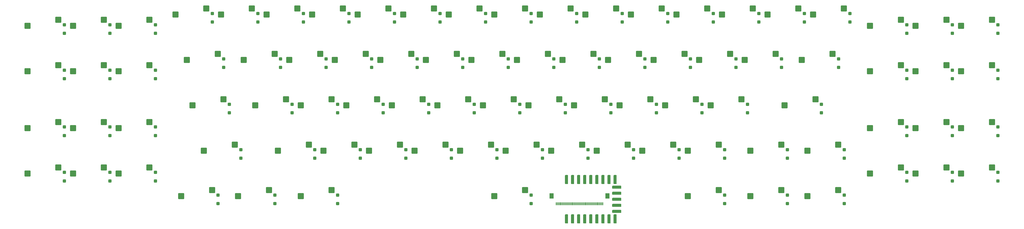
<source format=gbr>
%TF.GenerationSoftware,KiCad,Pcbnew,7.0.9*%
%TF.CreationDate,2023-12-30T16:17:41+00:00*%
%TF.ProjectId,keybird42,6b657962-6972-4643-9432-2e6b69636164,0.1*%
%TF.SameCoordinates,Original*%
%TF.FileFunction,Paste,Bot*%
%TF.FilePolarity,Positive*%
%FSLAX46Y46*%
G04 Gerber Fmt 4.6, Leading zero omitted, Abs format (unit mm)*
G04 Created by KiCad (PCBNEW 7.0.9) date 2023-12-30 16:17:41*
%MOMM*%
%LPD*%
G01*
G04 APERTURE LIST*
G04 Aperture macros list*
%AMRoundRect*
0 Rectangle with rounded corners*
0 $1 Rounding radius*
0 $2 $3 $4 $5 $6 $7 $8 $9 X,Y pos of 4 corners*
0 Add a 4 corners polygon primitive as box body*
4,1,4,$2,$3,$4,$5,$6,$7,$8,$9,$2,$3,0*
0 Add four circle primitives for the rounded corners*
1,1,$1+$1,$2,$3*
1,1,$1+$1,$4,$5*
1,1,$1+$1,$6,$7*
1,1,$1+$1,$8,$9*
0 Add four rect primitives between the rounded corners*
20,1,$1+$1,$2,$3,$4,$5,0*
20,1,$1+$1,$4,$5,$6,$7,0*
20,1,$1+$1,$6,$7,$8,$9,0*
20,1,$1+$1,$8,$9,$2,$3,0*%
G04 Aperture macros list end*
%ADD10RoundRect,0.250000X-1.025000X-1.000000X1.025000X-1.000000X1.025000X1.000000X-1.025000X1.000000X0*%
%ADD11RoundRect,0.350000X0.350000X-0.350000X0.350000X0.350000X-0.350000X0.350000X-0.350000X-0.350000X0*%
%ADD12RoundRect,0.254000X-0.381000X-1.651000X0.381000X-1.651000X0.381000X1.651000X-0.381000X1.651000X0*%
%ADD13RoundRect,0.254000X1.651000X-0.381000X1.651000X0.381000X-1.651000X0.381000X-1.651000X-0.381000X0*%
%ADD14RoundRect,0.254000X0.381000X1.651000X-0.381000X1.651000X-0.381000X-1.651000X0.381000X-1.651000X0*%
%ADD15R,0.300000X1.300000*%
%ADD16R,1.800000X2.200000*%
G04 APERTURE END LIST*
D10*
%TO.C,SW112*%
X88165000Y-26035000D03*
X101092000Y-23495000D03*
%TD*%
%TO.C,SW123*%
X164365000Y-26035000D03*
X177292000Y-23495000D03*
%TD*%
%TO.C,SW312*%
X95308750Y-64135000D03*
X108235750Y-61595000D03*
%TD*%
%TO.C,SW226*%
X326290000Y-45085000D03*
X339217000Y-42545000D03*
%TD*%
%TO.C,SW325*%
X273902500Y-64135000D03*
X286829500Y-61595000D03*
%TD*%
%TO.C,SW336*%
X342959044Y-64135056D03*
X355886044Y-61595056D03*
%TD*%
%TO.C,SW222*%
X116740000Y-45085000D03*
X129667000Y-42545000D03*
%TD*%
%TO.C,SW332*%
X140552500Y-64135000D03*
X153479500Y-61595000D03*
%TD*%
%TO.C,SW132*%
X126265000Y-26035000D03*
X139192000Y-23495000D03*
%TD*%
%TO.C,SW227*%
X397727500Y-49847500D03*
X410654500Y-47307500D03*
%TD*%
%TO.C,SW411*%
X26252500Y-92710000D03*
X39179500Y-90170000D03*
%TD*%
%TO.C,SW327*%
X397727500Y-73660000D03*
X410654500Y-71120000D03*
%TD*%
%TO.C,SW113*%
X145315000Y-26035000D03*
X158242000Y-23495000D03*
%TD*%
%TO.C,SW413*%
X150077500Y-83185000D03*
X163004500Y-80645000D03*
%TD*%
%TO.C,SW136*%
X354865304Y-26035024D03*
X367792304Y-23495024D03*
%TD*%
%TO.C,SW322*%
X121502500Y-64135000D03*
X134429500Y-61595000D03*
%TD*%
%TO.C,SW134*%
X240565208Y-26035024D03*
X253492208Y-23495024D03*
%TD*%
%TO.C,SW321*%
X45302500Y-73660000D03*
X58229500Y-71120000D03*
%TD*%
%TO.C,SW433*%
X188177500Y-83185000D03*
X201104500Y-80645000D03*
%TD*%
%TO.C,SW126*%
X335815000Y-26035000D03*
X348742000Y-23495000D03*
%TD*%
%TO.C,SW503*%
X140552500Y-102235000D03*
X153479500Y-99695000D03*
%TD*%
%TO.C,SW334*%
X235802704Y-64135056D03*
X248729704Y-61595056D03*
%TD*%
%TO.C,SW223*%
X173890000Y-45085000D03*
X186817000Y-42545000D03*
%TD*%
%TO.C,SW316*%
X312002768Y-64135056D03*
X324929768Y-61595056D03*
%TD*%
%TO.C,SW311*%
X26252500Y-73660000D03*
X39179500Y-71120000D03*
%TD*%
%TO.C,SW221*%
X45302500Y-49847500D03*
X58229500Y-47307500D03*
%TD*%
%TO.C,SW114*%
X202465000Y-26035000D03*
X215392000Y-23495000D03*
%TD*%
%TO.C,SW432*%
X131027500Y-83185000D03*
X143954500Y-80645000D03*
%TD*%
%TO.C,SW502*%
X114358750Y-102235000D03*
X127285750Y-99695000D03*
%TD*%
%TO.C,SW412*%
X100071250Y-83185000D03*
X112998250Y-80645000D03*
%TD*%
%TO.C,SW216*%
X307240264Y-45085040D03*
X320167264Y-42545040D03*
%TD*%
%TO.C,SW135*%
X297715256Y-26035024D03*
X310642256Y-23495024D03*
%TD*%
%TO.C,SW314*%
X197702500Y-64135000D03*
X210629500Y-61595000D03*
%TD*%
%TO.C,SW414*%
X207227680Y-83185072D03*
X220154680Y-80645072D03*
%TD*%
%TO.C,SW504*%
X221515000Y-102235000D03*
X234442000Y-99695000D03*
%TD*%
%TO.C,SW232*%
X135790000Y-45085000D03*
X148717000Y-42545000D03*
%TD*%
%TO.C,SW424*%
X226277712Y-83185000D03*
X239204712Y-80645000D03*
%TD*%
%TO.C,SW213*%
X154840000Y-45085000D03*
X167767000Y-42545000D03*
%TD*%
%TO.C,SW337*%
X416777856Y-73660064D03*
X429704856Y-71120064D03*
%TD*%
%TO.C,SW506*%
X328671250Y-102235000D03*
X341598250Y-99695000D03*
%TD*%
%TO.C,SW236*%
X350102800Y-45085040D03*
X363029800Y-42545040D03*
%TD*%
%TO.C,SW225*%
X269140000Y-45085000D03*
X282067000Y-42545000D03*
%TD*%
%TO.C,SW423*%
X169127500Y-83185000D03*
X182054500Y-80645000D03*
%TD*%
%TO.C,SW415*%
X264377728Y-83185000D03*
X277304728Y-80645000D03*
%TD*%
%TO.C,SW133*%
X183415000Y-26035000D03*
X196342000Y-23495000D03*
%TD*%
%TO.C,SW115*%
X259615224Y-26035024D03*
X272542224Y-23495024D03*
%TD*%
%TO.C,SW501*%
X90546250Y-102235000D03*
X103473250Y-99695000D03*
%TD*%
%TO.C,SW317*%
X378677824Y-73660064D03*
X391604824Y-71120064D03*
%TD*%
%TO.C,SW335*%
X292952752Y-64135056D03*
X305879752Y-61595056D03*
%TD*%
%TO.C,SW116*%
X316765272Y-26035024D03*
X329692272Y-23495024D03*
%TD*%
%TO.C,SW507*%
X352483750Y-102235000D03*
X365410750Y-99695000D03*
%TD*%
%TO.C,SW127*%
X397727500Y-30797500D03*
X410654500Y-28257500D03*
%TD*%
%TO.C,SW231*%
X64352500Y-49847500D03*
X77279500Y-47307500D03*
%TD*%
%TO.C,SW421*%
X45302500Y-92710000D03*
X58229500Y-90170000D03*
%TD*%
%TO.C,SW214*%
X211990000Y-45085000D03*
X224917000Y-42545000D03*
%TD*%
%TO.C,SW505*%
X302477500Y-102235000D03*
X315404500Y-99695000D03*
%TD*%
%TO.C,SW417*%
X378677824Y-92710000D03*
X391604824Y-90170000D03*
%TD*%
%TO.C,SW125*%
X278665000Y-26035000D03*
X291592000Y-23495000D03*
%TD*%
%TO.C,SW437*%
X416777856Y-92710080D03*
X429704856Y-90170080D03*
%TD*%
%TO.C,SW111*%
X26252500Y-30797500D03*
X39179500Y-28257500D03*
%TD*%
%TO.C,SW217*%
X378677824Y-49847500D03*
X391604824Y-47307500D03*
%TD*%
%TO.C,SW121*%
X45302500Y-30797500D03*
X58229500Y-28257500D03*
%TD*%
%TO.C,SW416*%
X302477760Y-83185000D03*
X315404760Y-80645000D03*
%TD*%
%TO.C,SW212*%
X92927500Y-45085000D03*
X105854500Y-42545000D03*
%TD*%
%TO.C,SW234*%
X231040000Y-45085000D03*
X243967000Y-42545000D03*
%TD*%
%TO.C,SW117*%
X378677824Y-30797500D03*
X391604824Y-28257500D03*
%TD*%
%TO.C,SW137*%
X416777856Y-30797528D03*
X429704856Y-28257528D03*
%TD*%
%TO.C,SW233*%
X192940000Y-45085000D03*
X205867000Y-42545000D03*
%TD*%
%TO.C,SW211*%
X26252500Y-49847500D03*
X39179500Y-47307500D03*
%TD*%
%TO.C,SW315*%
X254852720Y-64135056D03*
X267779720Y-61595056D03*
%TD*%
%TO.C,SW425*%
X283427500Y-83185000D03*
X296354500Y-80645000D03*
%TD*%
%TO.C,SW333*%
X178652500Y-64135000D03*
X191579500Y-61595000D03*
%TD*%
%TO.C,SW235*%
X288190248Y-45085040D03*
X301117248Y-42545040D03*
%TD*%
%TO.C,SW323*%
X159602500Y-64135000D03*
X172529500Y-61595000D03*
%TD*%
%TO.C,SW122*%
X107215000Y-26035000D03*
X120142000Y-23495000D03*
%TD*%
%TO.C,SW436*%
X352484052Y-83185072D03*
X365411052Y-80645072D03*
%TD*%
%TO.C,SW427*%
X397727500Y-92710000D03*
X410654500Y-90170000D03*
%TD*%
%TO.C,SW331*%
X64352500Y-73660000D03*
X77279500Y-71120000D03*
%TD*%
%TO.C,SW237*%
X416777856Y-49847544D03*
X429704856Y-47307544D03*
%TD*%
%TO.C,SW434*%
X245327712Y-83185000D03*
X258254712Y-80645000D03*
%TD*%
%TO.C,SW426*%
X328671250Y-83185000D03*
X341598250Y-80645000D03*
%TD*%
%TO.C,SW215*%
X250090216Y-45085040D03*
X263017216Y-42545040D03*
%TD*%
%TO.C,SW431*%
X64352500Y-92710000D03*
X77279500Y-90170000D03*
%TD*%
%TO.C,SW124*%
X221515192Y-26035024D03*
X234442192Y-23495024D03*
%TD*%
%TO.C,SW131*%
X64352500Y-30797500D03*
X77279500Y-28257500D03*
%TD*%
%TO.C,SW324*%
X216752688Y-64135056D03*
X229679688Y-61595056D03*
%TD*%
D11*
%TO.C,D324*%
X232172070Y-67284430D03*
X232172070Y-63684430D03*
%TD*%
%TO.C,D504*%
X236934375Y-105384375D03*
X236934375Y-101784375D03*
%TD*%
%TO.C,D134*%
X255984279Y-29184375D03*
X255984279Y-25584375D03*
%TD*%
%TO.C,D215*%
X265509291Y-48234375D03*
X265509291Y-44634375D03*
%TD*%
%TO.C,D427*%
X413146503Y-95859347D03*
X413146503Y-92259347D03*
%TD*%
%TO.C,D335*%
X308372134Y-67284430D03*
X308372134Y-63684430D03*
%TD*%
%TO.C,D424*%
X241696845Y-86334347D03*
X241696845Y-82734347D03*
%TD*%
%TO.C,D412*%
X115490383Y-86334347D03*
X115490383Y-82734347D03*
%TD*%
%TO.C,D507*%
X367903125Y-105384375D03*
X367903125Y-101784375D03*
%TD*%
%TO.C,D414*%
X222647062Y-86334446D03*
X222647062Y-82734446D03*
%TD*%
%TO.C,D317*%
X394096843Y-76809411D03*
X394096843Y-73209411D03*
%TD*%
%TO.C,D237*%
X432196875Y-52996891D03*
X432196875Y-49396891D03*
%TD*%
%TO.C,D436*%
X367903434Y-86334446D03*
X367903434Y-82734446D03*
%TD*%
%TO.C,D421*%
X60721875Y-95859411D03*
X60721875Y-92259411D03*
%TD*%
%TO.C,D503*%
X155971875Y-105384375D03*
X155971875Y-101784375D03*
%TD*%
%TO.C,D124*%
X236934263Y-29184375D03*
X236934263Y-25584375D03*
%TD*%
%TO.C,D115*%
X275034295Y-29184375D03*
X275034295Y-25584375D03*
%TD*%
%TO.C,D336*%
X358378426Y-67284430D03*
X358378426Y-63684430D03*
%TD*%
%TO.C,D123*%
X179784071Y-29184351D03*
X179784071Y-25584351D03*
%TD*%
%TO.C,D226*%
X341709075Y-48234335D03*
X341709075Y-44634335D03*
%TD*%
%TO.C,D235*%
X303609323Y-48234375D03*
X303609323Y-44634375D03*
%TD*%
%TO.C,D505*%
X317896875Y-105384375D03*
X317896875Y-101784375D03*
%TD*%
%TO.C,D325*%
X289321875Y-67284375D03*
X289321875Y-63684375D03*
%TD*%
%TO.C,D425*%
X298846633Y-86334347D03*
X298846633Y-82734347D03*
%TD*%
%TO.C,D323*%
X175021875Y-67284375D03*
X175021875Y-63684375D03*
%TD*%
%TO.C,D314*%
X213121875Y-67284375D03*
X213121875Y-63684375D03*
%TD*%
%TO.C,D331*%
X79771875Y-76809411D03*
X79771875Y-73209411D03*
%TD*%
%TO.C,D334*%
X251222079Y-67284431D03*
X251222079Y-63684431D03*
%TD*%
%TO.C,D337*%
X432197238Y-76809438D03*
X432197238Y-73209438D03*
%TD*%
%TO.C,D126*%
X351234071Y-29184351D03*
X351234071Y-25584351D03*
%TD*%
%TO.C,D333*%
X194071875Y-67284375D03*
X194071875Y-63684375D03*
%TD*%
%TO.C,D411*%
X41671875Y-95859411D03*
X41671875Y-92259411D03*
%TD*%
%TO.C,D214*%
X227409075Y-48234335D03*
X227409075Y-44634335D03*
%TD*%
%TO.C,D221*%
X60721875Y-52996875D03*
X60721875Y-49396875D03*
%TD*%
%TO.C,D432*%
X146446633Y-86334347D03*
X146446633Y-82734347D03*
%TD*%
%TO.C,D415*%
X279796861Y-86334347D03*
X279796861Y-82734347D03*
%TD*%
%TO.C,D212*%
X108346575Y-48234335D03*
X108346575Y-44634335D03*
%TD*%
%TO.C,D135*%
X313134327Y-29184375D03*
X313134327Y-25584375D03*
%TD*%
%TO.C,D416*%
X317896893Y-86334347D03*
X317896893Y-82734347D03*
%TD*%
%TO.C,D233*%
X208359075Y-48234335D03*
X208359075Y-44634335D03*
%TD*%
%TO.C,D321*%
X60721875Y-76809411D03*
X60721875Y-73209411D03*
%TD*%
%TO.C,D332*%
X155971875Y-67284375D03*
X155971875Y-63684375D03*
%TD*%
%TO.C,D216*%
X322659339Y-48234375D03*
X322659339Y-44634375D03*
%TD*%
%TO.C,D133*%
X198834071Y-29184351D03*
X198834071Y-25584351D03*
%TD*%
%TO.C,D136*%
X370284375Y-29184375D03*
X370284375Y-25584375D03*
%TD*%
%TO.C,D312*%
X110728125Y-67284375D03*
X110728125Y-63684375D03*
%TD*%
%TO.C,D431*%
X79771875Y-95859411D03*
X79771875Y-92259411D03*
%TD*%
%TO.C,D213*%
X170259075Y-48234335D03*
X170259075Y-44634335D03*
%TD*%
%TO.C,D234*%
X246459075Y-48234335D03*
X246459075Y-44634335D03*
%TD*%
%TO.C,D231*%
X79771875Y-52996875D03*
X79771875Y-49396875D03*
%TD*%
%TO.C,D227*%
X413146519Y-52996847D03*
X413146519Y-49396847D03*
%TD*%
%TO.C,D423*%
X184546633Y-86334347D03*
X184546633Y-82734347D03*
%TD*%
%TO.C,D127*%
X413146519Y-33946847D03*
X413146519Y-30346847D03*
%TD*%
%TO.C,D225*%
X284559075Y-48234335D03*
X284559075Y-44634335D03*
%TD*%
%TO.C,D502*%
X129778125Y-105384375D03*
X129778125Y-101784375D03*
%TD*%
%TO.C,D311*%
X41671875Y-76809411D03*
X41671875Y-73209411D03*
%TD*%
%TO.C,D121*%
X60721875Y-33946875D03*
X60721875Y-30346875D03*
%TD*%
%TO.C,D117*%
X394096843Y-33946847D03*
X394096843Y-30346847D03*
%TD*%
%TO.C,D232*%
X151209075Y-48234335D03*
X151209075Y-44634335D03*
%TD*%
%TO.C,D217*%
X394096843Y-52996847D03*
X394096843Y-49396847D03*
%TD*%
%TO.C,D211*%
X41671910Y-52996918D03*
X41671910Y-49396918D03*
%TD*%
%TO.C,D113*%
X160734071Y-29184351D03*
X160734071Y-25584351D03*
%TD*%
%TO.C,D223*%
X189309075Y-48234335D03*
X189309075Y-44634335D03*
%TD*%
%TO.C,D426*%
X344090383Y-86334347D03*
X344090383Y-82734347D03*
%TD*%
%TO.C,D434*%
X260746845Y-86334347D03*
X260746845Y-82734347D03*
%TD*%
%TO.C,D437*%
X432197238Y-95859454D03*
X432197238Y-92259454D03*
%TD*%
%TO.C,D506*%
X344090625Y-105384375D03*
X344090625Y-101784375D03*
%TD*%
%TO.C,D236*%
X365521875Y-48234375D03*
X365521875Y-44634375D03*
%TD*%
%TO.C,D111*%
X41671875Y-33946875D03*
X41671875Y-30346875D03*
%TD*%
%TO.C,D112*%
X103584071Y-29184351D03*
X103584071Y-25584351D03*
%TD*%
%TO.C,D132*%
X141684071Y-29184351D03*
X141684071Y-25584351D03*
%TD*%
%TO.C,D316*%
X327422143Y-67284431D03*
X327422143Y-63684431D03*
%TD*%
%TO.C,D131*%
X79771875Y-33946875D03*
X79771875Y-30346875D03*
%TD*%
%TO.C,D433*%
X203596633Y-86334347D03*
X203596633Y-82734347D03*
%TD*%
%TO.C,D501*%
X105965625Y-105384375D03*
X105965625Y-101784375D03*
%TD*%
%TO.C,D137*%
X432196875Y-33946875D03*
X432196875Y-30346875D03*
%TD*%
%TO.C,D322*%
X136921875Y-67284375D03*
X136921875Y-63684375D03*
%TD*%
%TO.C,D116*%
X332184343Y-29184375D03*
X332184343Y-25584375D03*
%TD*%
%TO.C,D125*%
X294084071Y-29184351D03*
X294084071Y-25584351D03*
%TD*%
%TO.C,D222*%
X132159075Y-48234335D03*
X132159075Y-44634335D03*
%TD*%
%TO.C,D417*%
X394096487Y-95859347D03*
X394096487Y-92259347D03*
%TD*%
%TO.C,D327*%
X413146519Y-76809347D03*
X413146519Y-73209347D03*
%TD*%
%TO.C,D315*%
X270272095Y-67284431D03*
X270272095Y-63684431D03*
%TD*%
%TO.C,D122*%
X122634071Y-29184351D03*
X122634071Y-25584351D03*
%TD*%
%TO.C,D413*%
X165496633Y-86334347D03*
X165496633Y-82734347D03*
%TD*%
D12*
%TO.C,U1*%
X251777500Y-95329462D03*
X254317500Y-95329462D03*
X256857500Y-95329462D03*
X259397500Y-95329462D03*
X261937500Y-95329462D03*
X264477500Y-95329462D03*
X267017500Y-95329462D03*
X269557500Y-95329462D03*
X272097500Y-95329462D03*
D13*
X272732500Y-98504462D03*
X272732500Y-101044462D03*
X272732500Y-103584462D03*
X272732500Y-106124462D03*
X272732500Y-108664462D03*
D14*
X272097500Y-111839462D03*
X269557500Y-111839462D03*
X267017500Y-111839462D03*
X264477500Y-111839462D03*
X261937500Y-111839462D03*
X259397500Y-111839462D03*
X256857500Y-111839462D03*
X254317500Y-111839462D03*
X251777500Y-111839462D03*
%TD*%
D11*
%TO.C,D114*%
X217884071Y-29184351D03*
X217884071Y-25584351D03*
%TD*%
D15*
%TO.C,J1*%
X247424784Y-105434462D03*
X247924784Y-105434462D03*
X248424784Y-105434462D03*
X248924784Y-105434462D03*
X249424784Y-105434462D03*
X249924784Y-105434462D03*
X250424784Y-105434462D03*
X250924784Y-105434462D03*
X251424784Y-105434462D03*
X251924784Y-105434462D03*
X252424784Y-105434462D03*
X252924784Y-105434462D03*
X253424784Y-105434462D03*
X253924784Y-105434462D03*
X254424784Y-105434462D03*
X254924784Y-105434462D03*
X255424784Y-105434462D03*
X255924784Y-105434462D03*
X256424784Y-105434462D03*
X256924784Y-105434462D03*
X257424784Y-105434462D03*
X257924784Y-105434462D03*
X258424784Y-105434462D03*
X258924784Y-105434462D03*
X259424784Y-105434462D03*
X259924784Y-105434462D03*
X260424784Y-105434462D03*
X260924784Y-105434462D03*
X261424784Y-105434462D03*
X261924784Y-105434462D03*
X262424784Y-105434462D03*
X262924784Y-105434462D03*
X263424784Y-105434462D03*
X263924784Y-105434462D03*
X264424784Y-105434462D03*
X264924784Y-105434462D03*
X265424784Y-105434462D03*
X265924784Y-105434462D03*
X266424784Y-105434462D03*
X266924784Y-105434462D03*
D16*
X245524784Y-102184462D03*
X268824784Y-102184462D03*
%TD*%
M02*

</source>
